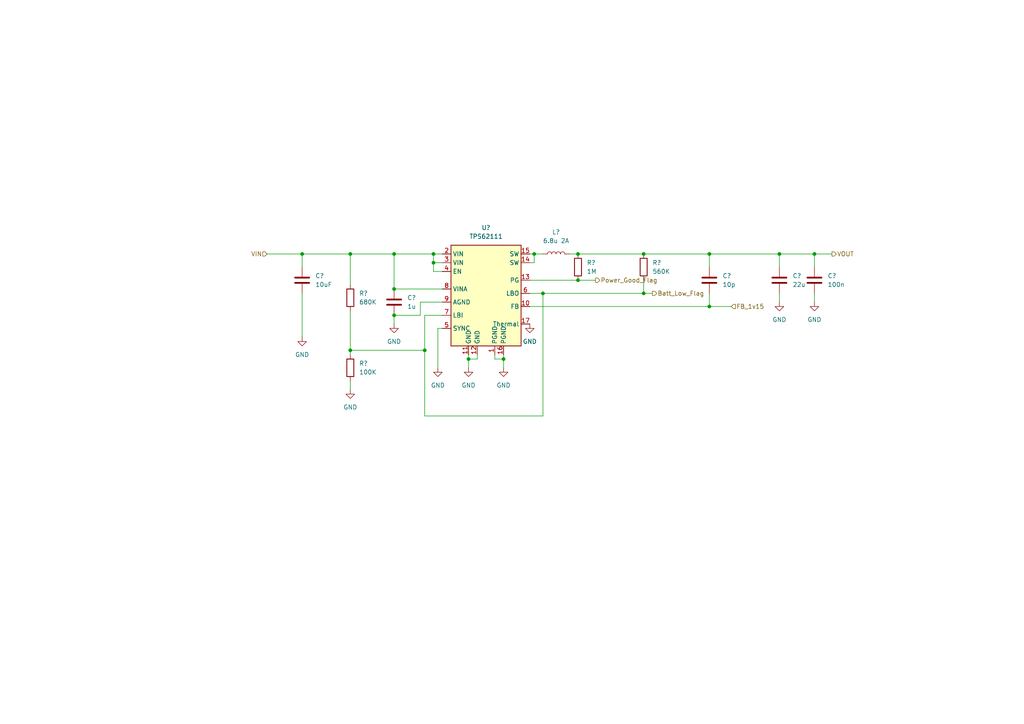
<source format=kicad_sch>
(kicad_sch (version 20211123) (generator eeschema)
  (paper "A4")
  (lib_symbols
    (symbol "Custom_Components:TPS62110"
      (property "Reference" "U" (at 0 2.54 0))
      (property "Value" "TPS62110" (at 0 0 0))
      (symbol "TPS62110_0_1"
        (rectangle (start -10.16 13.97) (end 10.16 -15.24) (stroke (width 0.254)) (fill (type background)))
      )
      (symbol "TPS62110_1_1"
        (pin power_in line (at 2.54 -17.78 90) (length 2.54) (name "PGND") (number "1"))
        (pin input line (at 12.7 -3.81 180) (length 2.54) (name "FB") (number "10"))
        (pin power_in line (at -5.08 -17.78 90) (length 2.54) (name "GND") (number "11"))
        (pin power_in line (at -2.54 -17.78 90) (length 2.54) (name "GND") (number "12"))
        (pin output line (at 12.7 3.81 180) (length 2.54) (name "PG") (number "13"))
        (pin power_out line (at 12.7 8.89 180) (length 2.54) (name "SW") (number "14"))
        (pin power_out line (at 12.7 11.43 180) (length 2.54) (name "SW") (number "15"))
        (pin power_in line (at 5.08 -17.78 90) (length 2.54) (name "PGND") (number "16"))
        (pin input line (at 12.7 -8.89 180) (length 2.54) (name "Thermal") (number "17"))
        (pin power_in line (at -12.7 11.43 0) (length 2.54) (name "VIN") (number "2"))
        (pin power_in line (at -12.7 8.89 0) (length 2.54) (name "VIN") (number "3"))
        (pin input line (at -12.7 6.35 0) (length 2.54) (name "EN") (number "4"))
        (pin input line (at -12.7 -10.16 0) (length 2.54) (name "SYNC") (number "5"))
        (pin output line (at 12.7 0 180) (length 2.54) (name "LBO") (number "6"))
        (pin input line (at -12.7 -6.35 0) (length 2.54) (name "LBI") (number "7"))
        (pin input line (at -12.7 1.27 0) (length 2.54) (name "VINA") (number "8"))
        (pin power_in line (at -12.7 -2.54 0) (length 2.54) (name "AGND") (number "9"))
      )
    )
    (symbol "Device:C" (pin_numbers hide) (pin_names (offset 0.254))
      (property "Reference" "C" (at 0.635 2.54 0))
      (property "Value" "C" (at 0.635 -2.54 0))
      (symbol "C_0_1"
        (polyline (pts (xy -2.032 -0.762) (xy 2.032 -0.762)) (stroke (width 0.508)))
        (polyline (pts (xy -2.032 0.762) (xy 2.032 0.762)) (stroke (width 0.508)))
      )
      (symbol "C_1_1"
        (pin passive line (at 0 3.81 270) (length 2.794) (name "~") (number "1"))
        (pin passive line (at 0 -3.81 90) (length 2.794) (name "~") (number "2"))
      )
    )
    (symbol "Device:L" (pin_numbers hide) (pin_names (offset 1.016) hide)
      (property "Reference" "L" (at -1.27 0 90))
      (property "Value" "L" (at 1.905 0 90))
      (symbol "L_0_1"
        (arc (start 0 -2.54) (mid 0.635 -1.905) (end 0 -1.27))
        (arc (start 0 -1.27) (mid 0.635 -0.635) (end 0 0))
        (arc (start 0 0) (mid 0.635 0.635) (end 0 1.27))
        (arc (start 0 1.27) (mid 0.635 1.905) (end 0 2.54))
      )
      (symbol "L_1_1"
        (pin passive line (at 0 3.81 270) (length 1.27) (name "1") (number "1"))
        (pin passive line (at 0 -3.81 90) (length 1.27) (name "2") (number "2"))
      )
    )
    (symbol "Device:R" (pin_numbers hide) (pin_names (offset 0))
      (property "Reference" "R" (at 2.032 0 90))
      (property "Value" "R" (at 0 0 90))
      (symbol "R_0_1"
        (rectangle (start -1.016 -2.54) (end 1.016 2.54) (stroke (width 0.254)))
      )
      (symbol "R_1_1"
        (pin passive line (at 0 3.81 270) (length 1.27) (name "~") (number "1"))
        (pin passive line (at 0 -3.81 90) (length 1.27) (name "~") (number "2"))
      )
    )
    (symbol "power:GND" (power) (pin_names (offset 0))
      (property "Value" "GND" (at 0 -3.81 0))
      (symbol "GND_0_1"
        (polyline (pts (xy 0 0) (xy 0 -1.27) (xy 1.27 -1.27) (xy 0 -2.54) (xy -1.27 -1.27) (xy 0 -1.27)))
      )
      (symbol "GND_1_1"
        (pin power_in line (at 0 0 270) (length 0) hide (name "GND") (number "1"))
      )
    )
  )
  (junction (at 125.73 76.2))
  (junction (at 125.73 73.66))
  (junction (at 167.64 73.66))
  (junction (at 205.74 88.9))
  (junction (at 114.3 73.66))
  (junction (at 154.94 73.66))
  (junction (at 123.19 101.6))
  (junction (at 114.3 91.44))
  (junction (at 186.69 73.66))
  (junction (at 101.6 101.6))
  (junction (at 101.6 73.66))
  (junction (at 114.3 83.82))
  (junction (at 87.63 73.66))
  (junction (at 157.48 85.09))
  (junction (at 167.64 81.28))
  (junction (at 186.69 85.09))
  (junction (at 146.05 104.14))
  (junction (at 135.89 104.14))
  (junction (at 236.22 73.66))
  (junction (at 205.74 73.66))
  (junction (at 226.06 73.66))
  (wire (pts (xy 114.3 91.44) (xy 114.3 93.98)))
  (wire (pts (xy 157.48 120.65) (xy 157.48 85.09)))
  (wire (pts (xy 205.74 73.66) (xy 205.74 77.47)))
  (wire (pts (xy 101.6 101.6) (xy 123.19 101.6)))
  (wire (pts (xy 186.69 85.09) (xy 189.23 85.09)))
  (wire (pts (xy 167.64 73.66) (xy 165.1 73.66)))
  (wire (pts (xy 138.43 104.14) (xy 135.89 104.14)))
  (wire (pts (xy 186.69 73.66) (xy 167.64 73.66)))
  (wire (pts (xy 153.67 88.9) (xy 205.74 88.9)))
  (wire (pts (xy 125.73 76.2) (xy 128.27 76.2)))
  (wire (pts (xy 128.27 73.66) (xy 125.73 73.66)))
  (wire (pts (xy 87.63 85.09) (xy 87.63 97.79)))
  (wire (pts (xy 114.3 83.82) (xy 128.27 83.82)))
  (wire (pts (xy 226.06 87.63) (xy 226.06 85.09)))
  (wire (pts (xy 154.94 76.2) (xy 154.94 73.66)))
  (wire (pts (xy 87.63 77.47) (xy 87.63 73.66)))
  (wire (pts (xy 127 95.25) (xy 127 106.68)))
  (wire (pts (xy 128.27 91.44) (xy 123.19 91.44)))
  (wire (pts (xy 114.3 73.66) (xy 125.73 73.66)))
  (wire (pts (xy 236.22 77.47) (xy 236.22 73.66)))
  (wire (pts (xy 167.64 81.28) (xy 172.72 81.28)))
  (wire (pts (xy 101.6 113.03) (xy 101.6 110.49)))
  (wire (pts (xy 101.6 90.17) (xy 101.6 101.6)))
  (wire (pts (xy 226.06 73.66) (xy 205.74 73.66)))
  (wire (pts (xy 226.06 77.47) (xy 226.06 73.66)))
  (wire (pts (xy 157.48 85.09) (xy 186.69 85.09)))
  (wire (pts (xy 143.51 102.87) (xy 143.51 104.14)))
  (wire (pts (xy 153.67 81.28) (xy 167.64 81.28)))
  (wire (pts (xy 101.6 101.6) (xy 101.6 102.87)))
  (wire (pts (xy 125.73 73.66) (xy 125.73 76.2)))
  (wire (pts (xy 123.19 101.6) (xy 123.19 120.65)))
  (wire (pts (xy 87.63 73.66) (xy 101.6 73.66)))
  (wire (pts (xy 138.43 102.87) (xy 138.43 104.14)))
  (wire (pts (xy 123.19 120.65) (xy 157.48 120.65)))
  (wire (pts (xy 146.05 104.14) (xy 146.05 106.68)))
  (wire (pts (xy 127 95.25) (xy 128.27 95.25)))
  (wire (pts (xy 128.27 87.63) (xy 121.92 87.63)))
  (wire (pts (xy 101.6 73.66) (xy 114.3 73.66)))
  (wire (pts (xy 123.19 91.44) (xy 123.19 101.6)))
  (wire (pts (xy 157.48 85.09) (xy 153.67 85.09)))
  (wire (pts (xy 153.67 76.2) (xy 154.94 76.2)))
  (wire (pts (xy 135.89 104.14) (xy 135.89 106.68)))
  (wire (pts (xy 236.22 87.63) (xy 236.22 85.09)))
  (wire (pts (xy 121.92 87.63) (xy 121.92 91.44)))
  (wire (pts (xy 186.69 81.28) (xy 186.69 85.09)))
  (wire (pts (xy 241.3 73.66) (xy 236.22 73.66)))
  (wire (pts (xy 154.94 73.66) (xy 157.48 73.66)))
  (wire (pts (xy 236.22 73.66) (xy 226.06 73.66)))
  (wire (pts (xy 205.74 73.66) (xy 186.69 73.66)))
  (wire (pts (xy 153.67 73.66) (xy 154.94 73.66)))
  (wire (pts (xy 101.6 82.55) (xy 101.6 73.66)))
  (wire (pts (xy 146.05 104.14) (xy 146.05 102.87)))
  (wire (pts (xy 143.51 104.14) (xy 146.05 104.14)))
  (wire (pts (xy 205.74 88.9) (xy 212.09 88.9)))
  (wire (pts (xy 114.3 73.66) (xy 114.3 83.82)))
  (wire (pts (xy 135.89 102.87) (xy 135.89 104.14)))
  (wire (pts (xy 77.47 73.66) (xy 87.63 73.66)))
  (wire (pts (xy 125.73 78.74) (xy 125.73 76.2)))
  (wire (pts (xy 121.92 91.44) (xy 114.3 91.44)))
  (wire (pts (xy 205.74 85.09) (xy 205.74 88.9)))
  (wire (pts (xy 128.27 78.74) (xy 125.73 78.74)))
  (hierarchical_label "FB_1v15" (shape input) (at 212.09 88.9 0))
  (hierarchical_label "Batt_Low_Flag" (shape output) (at 189.23 85.09 0))
  (hierarchical_label "VIN" (shape input) (at 77.47 73.66 180))
  (hierarchical_label "VOUT" (shape output) (at 241.3 73.66 0))
  (hierarchical_label "Power_Good_Flag" (shape output) (at 172.72 81.28 0))
  (symbol (lib_id "Device:C") (at 236.22 81.28 0) (unit 1)
    (property "Reference" "C?" (at 240.03 80.0099 0) (effects (justify left)))
    (property "Value" "100n" (at 240.03 82.5499 0) (effects (justify left)))
    (property "Footprint" "Capacitor_SMD:C_0805_2012Metric" (effects hide))
  )
  (symbol (lib_id "power:GND") (at 236.22 87.63 0) (unit 1)
    (property "Reference" "#PWR?" (effects hide))
    (property "Value" "GND" (at 236.22 92.71 0))
  )
  (symbol (lib_id "power:GND") (at 87.63 97.79 0) (unit 1)
    (property "Reference" "#PWR?" (effects hide))
    (property "Value" "GND" (at 87.63 102.87 0))
  )
  (symbol (lib_id "Device:C") (at 114.3 87.63 0) (unit 1)
    (property "Reference" "C?" (at 118.11 86.3599 0) (effects (justify left)))
    (property "Value" "1u" (at 118.11 88.8999 0) (effects (justify left)))
    (property "Footprint" "Capacitor_SMD:C_0805_2012Metric" (effects hide))
  )
  (symbol (lib_id "Device:R") (at 167.64 77.47 0) (unit 1)
    (property "Reference" "R?" (at 170.18 76.1999 0) (effects (justify left)))
    (property "Value" "1M" (at 170.18 78.7399 0) (effects (justify left)))
    (property "Footprint" "Resistor_SMD:R_1206_3216Metric" (effects hide))
  )
  (symbol (lib_id "power:GND") (at 101.6 113.03 0) (unit 1)
    (property "Reference" "#PWR?" (effects hide))
    (property "Value" "GND" (at 101.6 118.11 0))
  )
  (symbol (lib_id "power:GND") (at 153.67 93.98 0) (unit 1)
    (property "Reference" "#PWR071" (effects hide))
    (property "Value" "GND" (at 153.67 99.06 0))
  )
  (symbol (lib_id "power:GND") (at 146.05 106.68 0) (unit 1)
    (property "Reference" "#PWR?" (effects hide))
    (property "Value" "GND" (at 146.05 111.76 0))
  )
  (symbol (lib_id "Device:R") (at 186.69 77.47 0) (unit 1)
    (property "Reference" "R?" (at 189.23 76.1999 0) (effects (justify left)))
    (property "Value" "560K" (at 189.23 78.7399 0) (effects (justify left)))
    (property "Footprint" "Resistor_SMD:R_1206_3216Metric" (effects hide))
  )
  (symbol (lib_id "Device:C") (at 87.63 81.28 0) (unit 1)
    (property "Reference" "C?" (at 91.44 80.0099 0) (effects (justify left)))
    (property "Value" "10uF" (at 91.44 82.5499 0) (effects (justify left)))
    (property "Footprint" "Capacitor_SMD:C_0805_2012Metric" (effects hide))
  )
  (symbol (lib_id "Device:C") (at 205.74 81.28 0) (unit 1)
    (property "Reference" "C?" (at 209.55 80.0099 0) (effects (justify left)))
    (property "Value" "10p" (at 209.55 82.5499 0) (effects (justify left)))
    (property "Footprint" "Capacitor_SMD:C_0805_2012Metric" (effects hide))
  )
  (symbol (lib_id "power:GND") (at 114.3 93.98 0) (unit 1)
    (property "Reference" "#PWR?" (effects hide))
    (property "Value" "GND" (at 114.3 99.06 0))
  )
  (symbol (lib_id "Device:L") (at 161.29 73.66 90) (unit 1)
    (property "Reference" "L?" (at 161.29 67.31 90))
    (property "Value" "6.8u 2A" (at 161.29 69.85 90))
    (property "Footprint" "w_smd_inductors:inductor_smd_5.8x4.5mm" (effects hide))
  )
  (symbol (lib_id "Device:R") (at 101.6 86.36 0) (unit 1)
    (property "Reference" "R?" (at 104.14 85.0899 0) (effects (justify left)))
    (property "Value" "680K" (at 104.14 87.6299 0) (effects (justify left)))
    (property "Footprint" "Resistor_SMD:R_1206_3216Metric" (effects hide))
  )
  (symbol (lib_id "power:GND") (at 135.89 106.68 0) (unit 1)
    (property "Reference" "#PWR?" (effects hide))
    (property "Value" "GND" (at 135.89 111.76 0))
  )
  (symbol (lib_id "Device:R") (at 101.6 106.68 0) (unit 1)
    (property "Reference" "R?" (at 104.14 105.4099 0) (effects (justify left)))
    (property "Value" "100K" (at 104.14 107.9499 0) (effects (justify left)))
    (property "Footprint" "Resistor_SMD:R_1206_3216Metric" (effects hide))
  )
  (symbol (lib_id "Custom_Components:TPS62110") (at 140.97 85.09 0) (unit 1)
    (property "Reference" "U?" (at 140.97 66.04 0))
    (property "Value" "TPS62111" (at 140.97 68.58 0))
    (property "Footprint" "Package_DFN_QFN:HVQFN-16-1EP_3x3mm_P0.5mm_EP1.5x1.5mm" (effects hide))
  )
  (symbol (lib_id "power:GND") (at 226.06 87.63 0) (unit 1)
    (property "Reference" "#PWR?" (effects hide))
    (property "Value" "GND" (at 226.06 92.71 0))
  )
  (symbol (lib_id "Device:C") (at 226.06 81.28 0) (unit 1)
    (property "Reference" "C?" (at 229.87 80.0099 0) (effects (justify left)))
    (property "Value" "22u" (at 229.87 82.5499 0) (effects (justify left)))
    (property "Footprint" "Capacitor_SMD:C_1206_3216Metric" (effects hide))
  )
  (symbol (lib_id "power:GND") (at 127 106.68 0) (unit 1)
    (property "Reference" "#PWR?" (effects hide))
    (property "Value" "GND" (at 127 111.76 0))
  )
)
</source>
